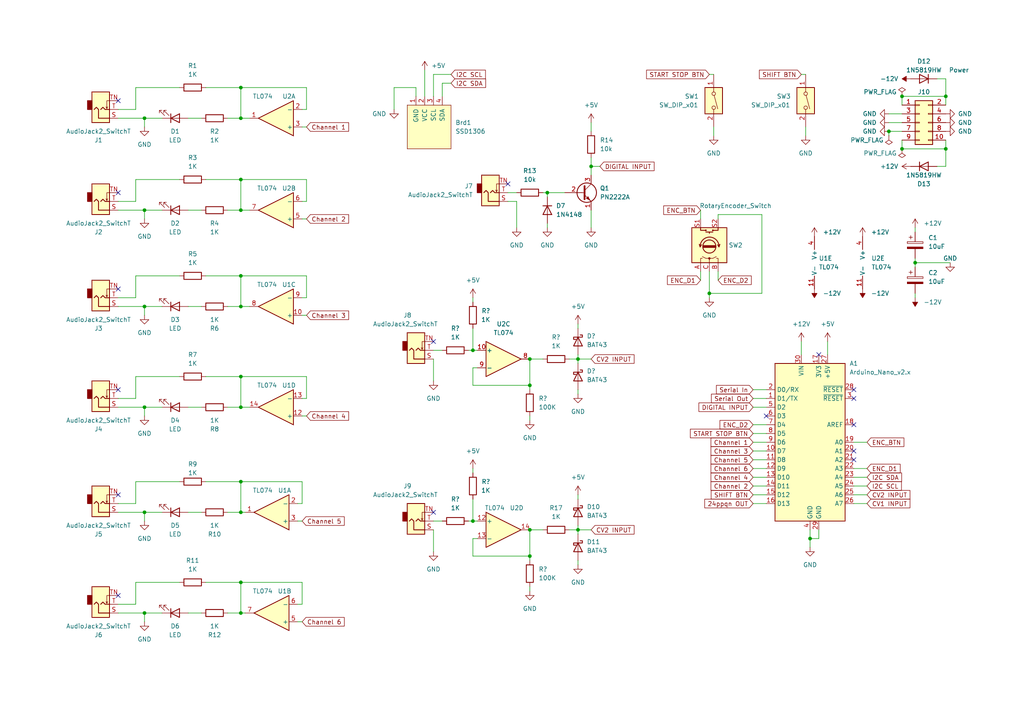
<source format=kicad_sch>
(kicad_sch (version 20211123) (generator eeschema)
  (paper "A4")
  (title_block (title "GToE prototype 2") (rev "1"))
  (lib_symbols
    (symbol "Amplifier_Operational:TL074" (pin_names (offset 0.127))
      (property "Reference" "U" (at 0 5.08 0))
      (property "Value" "TL074" (at 0 -5.08 0))
      (symbol "TL074_1_1"
        (pin output line (at 7.62 0 180) (length 2.54) (name "~") (number "1"))
        (pin input line (at -7.62 -2.54 0) (length 2.54) (name "-") (number "2"))
        (pin input line (at -7.62 2.54 0) (length 2.54) (name "+") (number "3"))
      )
      (symbol "TL074_2_1"
        (pin input line (at -7.62 2.54 0) (length 2.54) (name "+") (number "5"))
        (pin input line (at -7.62 -2.54 0) (length 2.54) (name "-") (number "6"))
        (pin output line (at 7.62 0 180) (length 2.54) (name "~") (number "7"))
      )
      (symbol "TL074_3_1"
        (pin input line (at -7.62 2.54 0) (length 2.54) (name "+") (number "10"))
        (pin output line (at 7.62 0 180) (length 2.54) (name "~") (number "8"))
        (pin input line (at -7.62 -2.54 0) (length 2.54) (name "-") (number "9"))
      )
      (symbol "TL074_4_1"
        (pin input line (at -7.62 2.54 0) (length 2.54) (name "+") (number "12"))
        (pin input line (at -7.62 -2.54 0) (length 2.54) (name "-") (number "13"))
        (pin output line (at 7.62 0 180) (length 2.54) (name "~") (number "14"))
      )
      (symbol "TL074_5_1"
        (pin power_in line (at -2.54 -7.62 90) (length 3.81) (name "V-") (number "11"))
        (pin power_in line (at -2.54 7.62 270) (length 3.81) (name "V+") (number "4"))
      )
    )
    (symbol "Connector:AudioJack2_SwitchT"
      (property "Reference" "J" (at 0 8.89 0))
      (property "Value" "AudioJack2_SwitchT" (at 0 6.35 0))
      (symbol "AudioJack2_SwitchT_1_1"
        (pin passive line (at 5.08 2.54 180) (length 2.54) (name "~") (number "S"))
        (pin passive line (at 5.08 0 180) (length 2.54) (name "~") (number "T"))
        (pin passive line (at 5.08 -2.54 180) (length 2.54) (name "~") (number "TN"))
      )
    )
    (symbol "Connector_Generic:Conn_02x05_Odd_Even" (pin_names (offset 1.016) hide)
      (property "Reference" "J" (at 1.27 7.62 0))
      (property "Value" "Conn_02x05_Odd_Even" (at 1.27 -7.62 0))
      (symbol "Conn_02x05_Odd_Even_1_1"
        (pin passive line (at -5.08 5.08 0) (length 3.81) (name "Pin_1") (number "1"))
        (pin passive line (at 7.62 -5.08 180) (length 3.81) (name "Pin_10") (number "10"))
        (pin passive line (at 7.62 5.08 180) (length 3.81) (name "Pin_2") (number "2"))
        (pin passive line (at -5.08 2.54 0) (length 3.81) (name "Pin_3") (number "3"))
        (pin passive line (at 7.62 2.54 180) (length 3.81) (name "Pin_4") (number "4"))
        (pin passive line (at -5.08 0 0) (length 3.81) (name "Pin_5") (number "5"))
        (pin passive line (at 7.62 0 180) (length 3.81) (name "Pin_6") (number "6"))
        (pin passive line (at -5.08 -2.54 0) (length 3.81) (name "Pin_7") (number "7"))
        (pin passive line (at 7.62 -2.54 180) (length 3.81) (name "Pin_8") (number "8"))
        (pin passive line (at -5.08 -5.08 0) (length 3.81) (name "Pin_9") (number "9"))
      )
    )
    (symbol "Device:C_Polarized" (pin_numbers hide) (pin_names (offset 0.254))
      (property "Reference" "C" (at 0.635 2.54 0))
      (property "Value" "C_Polarized" (at 0.635 -2.54 0))
      (symbol "C_Polarized_1_1"
        (pin passive line (at 0 3.81 270) (length 2.794) (name "~") (number "1"))
        (pin passive line (at 0 -3.81 90) (length 2.794) (name "~") (number "2"))
      )
    )
    (symbol "Device:D" (pin_numbers hide) (pin_names (offset 1.016) hide)
      (property "Reference" "D" (at 0 2.54 0))
      (property "Value" "D" (at 0 -2.54 0))
      (symbol "D_1_1"
        (pin passive line (at -3.81 0 0) (length 2.54) (name "K") (number "1"))
        (pin passive line (at 3.81 0 180) (length 2.54) (name "A") (number "2"))
      )
    )
    (symbol "Device:D_Schottky" (pin_numbers hide) (pin_names (offset 1.016) hide)
      (property "Reference" "D" (at 0 2.54 0))
      (property "Value" "D_Schottky" (at 0 -2.54 0))
      (symbol "D_Schottky_1_1"
        (pin passive line (at -3.81 0 0) (length 2.54) (name "K") (number "1"))
        (pin passive line (at 3.81 0 180) (length 2.54) (name "A") (number "2"))
      )
    )
    (symbol "Device:LED" (pin_numbers hide) (pin_names (offset 1.016) hide)
      (property "Reference" "D" (at 0 2.54 0))
      (property "Value" "LED" (at 0 -2.54 0))
      (symbol "LED_1_1"
        (pin passive line (at -3.81 0 0) (length 2.54) (name "K") (number "1"))
        (pin passive line (at 3.81 0 180) (length 2.54) (name "A") (number "2"))
      )
    )
    (symbol "Device:R" (pin_numbers hide) (pin_names (offset 0))
      (property "Reference" "R" (at 2.032 0 90))
      (property "Value" "R" (at 0 0 90))
      (symbol "R_1_1"
        (pin passive line (at 0 3.81 270) (length 1.27) (name "~") (number "1"))
        (pin passive line (at 0 -3.81 90) (length 1.27) (name "~") (number "2"))
      )
    )
    (symbol "Device:RotaryEncoder_Switch" (pin_names (offset 0.254) hide)
      (property "Reference" "SW" (at 0 6.604 0))
      (property "Value" "RotaryEncoder_Switch" (at 0 -6.604 0))
      (symbol "RotaryEncoder_Switch_1_1"
        (pin passive line (at -7.62 2.54 0) (length 2.54) (name "A") (number "A"))
        (pin passive line (at -7.62 -2.54 0) (length 2.54) (name "B") (number "B"))
        (pin passive line (at -7.62 0 0) (length 2.54) (name "C") (number "C"))
        (pin passive line (at 7.62 2.54 180) (length 2.54) (name "S1") (number "S1"))
        (pin passive line (at 7.62 -2.54 180) (length 2.54) (name "S2") (number "S2"))
      )
    )
    (symbol "MCU_Module:Arduino_Nano_v2.x"
      (property "Reference" "A" (at -10.16 23.495 0))
      (property "Value" "Arduino_Nano_v2.x" (at 5.08 -24.13 0))
      (symbol "Arduino_Nano_v2.x_1_1"
        (pin bidirectional line (at -12.7 12.7 0) (length 2.54) (name "D1/TX") (number "1"))
        (pin bidirectional line (at -12.7 -2.54 0) (length 2.54) (name "D7") (number "10"))
        (pin bidirectional line (at -12.7 -5.08 0) (length 2.54) (name "D8") (number "11"))
        (pin bidirectional line (at -12.7 -7.62 0) (length 2.54) (name "D9") (number "12"))
        (pin bidirectional line (at -12.7 -10.16 0) (length 2.54) (name "D10") (number "13"))
        (pin bidirectional line (at -12.7 -12.7 0) (length 2.54) (name "D11") (number "14"))
        (pin bidirectional line (at -12.7 -15.24 0) (length 2.54) (name "D12") (number "15"))
        (pin bidirectional line (at -12.7 -17.78 0) (length 2.54) (name "D13") (number "16"))
        (pin power_out line (at 2.54 25.4 270) (length 2.54) (name "3V3") (number "17"))
        (pin input line (at 12.7 5.08 180) (length 2.54) (name "AREF") (number "18"))
        (pin bidirectional line (at 12.7 0 180) (length 2.54) (name "A0") (number "19"))
        (pin bidirectional line (at -12.7 15.24 0) (length 2.54) (name "D0/RX") (number "2"))
        (pin bidirectional line (at 12.7 -2.54 180) (length 2.54) (name "A1") (number "20"))
        (pin bidirectional line (at 12.7 -5.08 180) (length 2.54) (name "A2") (number "21"))
        (pin bidirectional line (at 12.7 -7.62 180) (length 2.54) (name "A3") (number "22"))
        (pin bidirectional line (at 12.7 -10.16 180) (length 2.54) (name "A4") (number "23"))
        (pin bidirectional line (at 12.7 -12.7 180) (length 2.54) (name "A5") (number "24"))
        (pin bidirectional line (at 12.7 -15.24 180) (length 2.54) (name "A6") (number "25"))
        (pin bidirectional line (at 12.7 -17.78 180) (length 2.54) (name "A7") (number "26"))
        (pin power_out line (at 5.08 25.4 270) (length 2.54) (name "+5V") (number "27"))
        (pin input line (at 12.7 15.24 180) (length 2.54) (name "~{RESET}") (number "28"))
        (pin power_in line (at 2.54 -25.4 90) (length 2.54) (name "GND") (number "29"))
        (pin input line (at 12.7 12.7 180) (length 2.54) (name "~{RESET}") (number "3"))
        (pin power_in line (at -2.54 25.4 270) (length 2.54) (name "VIN") (number "30"))
        (pin power_in line (at 0 -25.4 90) (length 2.54) (name "GND") (number "4"))
        (pin bidirectional line (at -12.7 10.16 0) (length 2.54) (name "D2") (number "5"))
        (pin bidirectional line (at -12.7 7.62 0) (length 2.54) (name "D3") (number "6"))
        (pin bidirectional line (at -12.7 5.08 0) (length 2.54) (name "D4") (number "7"))
        (pin bidirectional line (at -12.7 2.54 0) (length 2.54) (name "D5") (number "8"))
        (pin bidirectional line (at -12.7 0 0) (length 2.54) (name "D6") (number "9"))
      )
    )
    (symbol "SSD1306-128x64_OLED:SSD1306" (pin_names (offset 1.016))
      (property "Reference" "Brd" (at 0 -3.81 0))
      (property "Value" "SSD1306" (at 0 -1.27 0))
      (symbol "SSD1306_1_1"
        (pin input line (at -3.81 8.89 270) (length 2.54) (name "GND") (number "1"))
        (pin input line (at -1.27 8.89 270) (length 2.54) (name "VCC") (number "2"))
        (pin input line (at 1.27 8.89 270) (length 2.54) (name "SCL") (number "3"))
        (pin input line (at 3.81 8.89 270) (length 2.54) (name "SDA") (number "4"))
      )
    )
    (symbol "Switch:SW_DIP_x01" (pin_names (offset 0) hide)
      (property "Reference" "SW" (at 0 3.81 0))
      (property "Value" "SW_DIP_x01" (at 0 -3.81 0))
      (symbol "SW_DIP_x01_1_1"
        (pin passive line (at -7.62 0 0) (length 5.08) (name "~") (number "1"))
        (pin passive line (at 7.62 0 180) (length 5.08) (name "~") (number "2"))
      )
    )
    (symbol "Transistor_BJT:PN2222A" (pin_names (offset 0) hide)
      (property "Reference" "Q" (at 5.08 1.905 0))
      (property "Value" "PN2222A" (at 5.08 0 0))
      (symbol "PN2222A_1_1"
        (pin passive line (at 2.54 -5.08 90) (length 2.54) (name "E") (number "1"))
        (pin input line (at -5.08 0 0) (length 5.08) (name "B") (number "2"))
        (pin passive line (at 2.54 5.08 270) (length 2.54) (name "C") (number "3"))
      )
    )
    (symbol "power:+12V" (power) (pin_names (offset 0))
      (property "Value" "+12V" (at 0 3.556 0))
      (symbol "+12V_1_1"
        (pin power_in line (at 0 0 90) (length 0) hide (name "+12V") (number "1"))
      )
    )
    (symbol "power:+5V" (power) (pin_names (offset 0))
      (property "Value" "+5V" (at 0 3.556 0))
      (symbol "+5V_1_1"
        (pin power_in line (at 0 0 90) (length 0) hide (name "+5V") (number "1"))
      )
    )
    (symbol "power:-12V" (power) (pin_names (offset 0))
      (property "Value" "-12V" (at 0 3.81 0))
      (symbol "-12V_0_0"
        (pin power_in line (at 0 0 90) (length 0) hide (name "-12V") (number "1"))
      )
    )
    (symbol "power:GND" (power) (pin_names (offset 0))
      (property "Value" "GND" (at 0 -3.81 0))
      (symbol "GND_1_1"
        (pin power_in line (at 0 0 270) (length 0) hide (name "GND") (number "1"))
      )
    )
    (symbol "power:PWR_FLAG" (power) (pin_numbers hide) (pin_names (offset 0) hide)
      (property "Value" "PWR_FLAG" (at 0 3.81 0))
      (symbol "PWR_FLAG_0_0"
        (pin power_out line (at 0 0 90) (length 0) (name "pwr") (number "1"))
      )
    )
  )
  (junction (at 69.85 168.91))
  (junction (at 171.45 48.26))
  (junction (at 69.85 118.11))
  (junction (at 69.85 52.07))
  (junction (at 167.64 104.14))
  (junction (at 69.85 109.22))
  (junction (at 41.91 34.29))
  (junction (at 158.75 55.88))
  (junction (at 153.67 111.76))
  (junction (at 41.91 148.59))
  (junction (at 137.16 101.6))
  (junction (at 153.67 153.67))
  (junction (at 41.91 118.11))
  (junction (at 69.85 80.01))
  (junction (at 41.91 177.8))
  (junction (at 69.85 139.7))
  (junction (at 257.81 38.1))
  (junction (at 274.32 27.94))
  (junction (at 69.85 25.4))
  (junction (at 69.85 88.9))
  (junction (at 41.91 60.96))
  (junction (at 234.95 156.21))
  (junction (at 137.16 151.13))
  (junction (at 261.62 27.94))
  (junction (at 69.85 148.59))
  (junction (at 274.32 43.18))
  (junction (at 153.67 104.14))
  (junction (at 261.62 43.18))
  (junction (at 41.91 88.9))
  (junction (at 265.43 76.2))
  (junction (at 153.67 161.29))
  (junction (at 69.85 34.29))
  (junction (at 69.85 60.96))
  (junction (at 167.64 153.67))
  (junction (at 205.74 85.09))
  (junction (at 69.85 177.8))
  (no_connect (at 34.29 113.03))
  (no_connect (at 147.32 53.34))
  (no_connect (at 247.65 113.03))
  (no_connect (at 34.29 172.72))
  (no_connect (at 247.65 115.57))
  (no_connect (at 222.25 120.65))
  (no_connect (at 247.65 123.19))
  (no_connect (at 125.73 148.59))
  (no_connect (at 34.29 143.51))
  (no_connect (at 34.29 83.82))
  (no_connect (at 247.65 133.35))
  (no_connect (at 34.29 55.88))
  (no_connect (at 125.73 99.06))
  (no_connect (at 237.49 102.87))
  (no_connect (at 247.65 130.81))
  (no_connect (at 34.29 29.21))
  (wire (pts (xy 220.98 62.23) (xy 220.98 85.09)))
  (wire (pts (xy 125.73 21.59) (xy 125.73 27.94)))
  (wire (pts (xy 87.63 86.36) (xy 88.9 86.36)))
  (wire (pts (xy 218.44 115.57) (xy 222.25 115.57)))
  (wire (pts (xy 218.44 125.73) (xy 222.25 125.73)))
  (wire (pts (xy 157.48 55.88) (xy 158.75 55.88)))
  (wire (pts (xy 87.63 120.65) (xy 88.9 120.65)))
  (wire (pts (xy 39.37 58.42) (xy 39.37 52.07)))
  (wire (pts (xy 167.64 93.98) (xy 167.64 95.25)))
  (wire (pts (xy 218.44 113.03) (xy 222.25 113.03)))
  (wire (pts (xy 171.45 48.26) (xy 171.45 50.8)))
  (wire (pts (xy 54.61 148.59) (xy 58.42 148.59)))
  (wire (pts (xy 147.32 55.88) (xy 149.86 55.88)))
  (wire (pts (xy 265.43 74.93) (xy 265.43 76.2)))
  (wire (pts (xy 167.64 153.67) (xy 167.64 154.94)))
  (wire (pts (xy 208.28 62.23) (xy 220.98 62.23)))
  (wire (pts (xy 34.29 34.29) (xy 41.91 34.29)))
  (wire (pts (xy 234.95 156.21) (xy 237.49 156.21)))
  (wire (pts (xy 41.91 34.29) (xy 46.99 34.29)))
  (wire (pts (xy 171.45 60.96) (xy 171.45 66.04)))
  (wire (pts (xy 87.63 91.44) (xy 88.9 91.44)))
  (wire (pts (xy 34.29 88.9) (xy 41.91 88.9)))
  (wire (pts (xy 157.48 153.67) (xy 153.67 153.67)))
  (wire (pts (xy 274.32 48.26) (xy 274.32 43.18)))
  (wire (pts (xy 88.9 115.57) (xy 88.9 109.22)))
  (wire (pts (xy 69.85 52.07) (xy 69.85 60.96)))
  (wire (pts (xy 125.73 104.14) (xy 125.73 110.49)))
  (wire (pts (xy 203.2 63.5) (xy 203.2 60.96)))
  (wire (pts (xy 39.37 146.05) (xy 39.37 139.7)))
  (wire (pts (xy 120.65 25.4) (xy 120.65 27.94)))
  (wire (pts (xy 39.37 175.26) (xy 39.37 168.91)))
  (wire (pts (xy 130.81 21.59) (xy 125.73 21.59)))
  (wire (pts (xy 71.12 177.8) (xy 69.85 177.8)))
  (wire (pts (xy 167.64 104.14) (xy 167.64 105.41)))
  (wire (pts (xy 54.61 118.11) (xy 58.42 118.11)))
  (wire (pts (xy 39.37 168.91) (xy 52.07 168.91)))
  (wire (pts (xy 203.2 81.28) (xy 203.2 78.74)))
  (wire (pts (xy 86.36 146.05) (xy 87.63 146.05)))
  (wire (pts (xy 153.67 113.03) (xy 153.67 111.76)))
  (wire (pts (xy 265.43 76.2) (xy 265.43 77.47)))
  (wire (pts (xy 41.91 60.96) (xy 41.91 63.5)))
  (wire (pts (xy 39.37 31.75) (xy 39.37 25.4)))
  (wire (pts (xy 171.45 35.56) (xy 171.45 38.1)))
  (wire (pts (xy 240.03 99.06) (xy 240.03 102.87)))
  (wire (pts (xy 69.85 139.7) (xy 87.63 139.7)))
  (wire (pts (xy 34.29 146.05) (xy 39.37 146.05)))
  (wire (pts (xy 34.29 177.8) (xy 41.91 177.8)))
  (wire (pts (xy 59.69 25.4) (xy 69.85 25.4)))
  (wire (pts (xy 207.01 21.59) (xy 205.74 21.59)))
  (wire (pts (xy 218.44 133.35) (xy 222.25 133.35)))
  (wire (pts (xy 125.73 101.6) (xy 128.27 101.6)))
  (wire (pts (xy 54.61 34.29) (xy 58.42 34.29)))
  (wire (pts (xy 218.44 128.27) (xy 222.25 128.27)))
  (wire (pts (xy 153.67 153.67) (xy 153.67 161.29)))
  (wire (pts (xy 167.64 104.14) (xy 171.45 104.14)))
  (wire (pts (xy 265.43 66.04) (xy 265.43 67.31)))
  (wire (pts (xy 137.16 161.29) (xy 153.67 161.29)))
  (wire (pts (xy 167.64 113.03) (xy 167.64 114.3)))
  (wire (pts (xy 208.28 63.5) (xy 208.28 62.23)))
  (wire (pts (xy 135.89 101.6) (xy 137.16 101.6)))
  (wire (pts (xy 69.85 60.96) (xy 72.39 60.96)))
  (wire (pts (xy 167.64 152.4) (xy 167.64 153.67)))
  (wire (pts (xy 233.68 39.37) (xy 233.68 36.83)))
  (wire (pts (xy 157.48 104.14) (xy 153.67 104.14)))
  (wire (pts (xy 137.16 156.21) (xy 137.16 161.29)))
  (wire (pts (xy 86.36 151.13) (xy 87.63 151.13)))
  (wire (pts (xy 41.91 60.96) (xy 46.99 60.96)))
  (wire (pts (xy 39.37 80.01) (xy 52.07 80.01)))
  (wire (pts (xy 237.49 153.67) (xy 237.49 156.21)))
  (wire (pts (xy 88.9 86.36) (xy 88.9 80.01)))
  (wire (pts (xy 54.61 60.96) (xy 58.42 60.96)))
  (wire (pts (xy 218.44 138.43) (xy 222.25 138.43)))
  (wire (pts (xy 88.9 80.01) (xy 69.85 80.01)))
  (wire (pts (xy 34.29 58.42) (xy 39.37 58.42)))
  (wire (pts (xy 34.29 86.36) (xy 39.37 86.36)))
  (wire (pts (xy 167.64 143.51) (xy 167.64 144.78)))
  (wire (pts (xy 123.19 20.32) (xy 123.19 27.94)))
  (wire (pts (xy 274.32 22.86) (xy 274.32 27.94)))
  (wire (pts (xy 39.37 109.22) (xy 52.07 109.22)))
  (wire (pts (xy 69.85 109.22) (xy 69.85 118.11)))
  (wire (pts (xy 274.32 40.64) (xy 274.32 43.18)))
  (wire (pts (xy 41.91 34.29) (xy 41.91 36.83)))
  (wire (pts (xy 88.9 58.42) (xy 88.9 52.07)))
  (wire (pts (xy 167.64 162.56) (xy 167.64 163.83)))
  (wire (pts (xy 158.75 64.77) (xy 158.75 66.04)))
  (wire (pts (xy 34.29 148.59) (xy 41.91 148.59)))
  (wire (pts (xy 87.63 115.57) (xy 88.9 115.57)))
  (wire (pts (xy 41.91 118.11) (xy 41.91 120.65)))
  (wire (pts (xy 257.81 38.1) (xy 261.62 38.1)))
  (wire (pts (xy 71.12 148.59) (xy 69.85 148.59)))
  (wire (pts (xy 153.67 121.92) (xy 153.67 120.65)))
  (wire (pts (xy 87.63 31.75) (xy 88.9 31.75)))
  (wire (pts (xy 137.16 95.25) (xy 137.16 101.6)))
  (wire (pts (xy 69.85 25.4) (xy 88.9 25.4)))
  (wire (pts (xy 41.91 177.8) (xy 46.99 177.8)))
  (wire (pts (xy 128.27 24.13) (xy 128.27 27.94)))
  (wire (pts (xy 218.44 135.89) (xy 222.25 135.89)))
  (wire (pts (xy 34.29 115.57) (xy 39.37 115.57)))
  (wire (pts (xy 165.1 153.67) (xy 167.64 153.67)))
  (wire (pts (xy 218.44 123.19) (xy 222.25 123.19)))
  (wire (pts (xy 87.63 175.26) (xy 87.63 168.91)))
  (wire (pts (xy 149.86 58.42) (xy 149.86 66.04)))
  (wire (pts (xy 137.16 106.68) (xy 137.16 111.76)))
  (wire (pts (xy 247.65 135.89) (xy 251.46 135.89)))
  (wire (pts (xy 34.29 31.75) (xy 39.37 31.75)))
  (wire (pts (xy 69.85 52.07) (xy 88.9 52.07)))
  (wire (pts (xy 205.74 78.74) (xy 205.74 85.09)))
  (wire (pts (xy 218.44 140.97) (xy 222.25 140.97)))
  (wire (pts (xy 114.3 31.75) (xy 114.3 25.4)))
  (wire (pts (xy 69.85 118.11) (xy 66.04 118.11)))
  (wire (pts (xy 171.45 48.26) (xy 173.99 48.26)))
  (wire (pts (xy 66.04 60.96) (xy 69.85 60.96)))
  (wire (pts (xy 153.67 104.14) (xy 153.67 111.76)))
  (wire (pts (xy 87.63 58.42) (xy 88.9 58.42)))
  (wire (pts (xy 137.16 86.36) (xy 137.16 87.63)))
  (wire (pts (xy 41.91 148.59) (xy 41.91 151.13)))
  (wire (pts (xy 158.75 55.88) (xy 158.75 57.15)))
  (wire (pts (xy 207.01 39.37) (xy 207.01 36.83)))
  (wire (pts (xy 247.65 140.97) (xy 251.46 140.97)))
  (wire (pts (xy 41.91 148.59) (xy 46.99 148.59)))
  (wire (pts (xy 69.85 109.22) (xy 88.9 109.22)))
  (wire (pts (xy 137.16 135.89) (xy 137.16 137.16)))
  (wire (pts (xy 137.16 151.13) (xy 138.43 151.13)))
  (wire (pts (xy 261.62 30.48) (xy 261.62 27.94)))
  (wire (pts (xy 271.78 48.26) (xy 274.32 48.26)))
  (wire (pts (xy 147.32 58.42) (xy 149.86 58.42)))
  (wire (pts (xy 218.44 118.11) (xy 222.25 118.11)))
  (wire (pts (xy 233.68 21.59) (xy 232.41 21.59)))
  (wire (pts (xy 208.28 81.28) (xy 208.28 78.74)))
  (wire (pts (xy 86.36 175.26) (xy 87.63 175.26)))
  (wire (pts (xy 69.85 168.91) (xy 87.63 168.91)))
  (wire (pts (xy 39.37 25.4) (xy 52.07 25.4)))
  (wire (pts (xy 125.73 151.13) (xy 128.27 151.13)))
  (wire (pts (xy 39.37 115.57) (xy 39.37 109.22)))
  (wire (pts (xy 34.29 60.96) (xy 41.91 60.96)))
  (wire (pts (xy 69.85 148.59) (xy 66.04 148.59)))
  (wire (pts (xy 205.74 86.36) (xy 205.74 85.09)))
  (wire (pts (xy 54.61 88.9) (xy 58.42 88.9)))
  (wire (pts (xy 205.74 85.09) (xy 220.98 85.09)))
  (wire (pts (xy 41.91 88.9) (xy 46.99 88.9)))
  (wire (pts (xy 158.75 55.88) (xy 163.83 55.88)))
  (wire (pts (xy 261.62 40.64) (xy 261.62 43.18)))
  (wire (pts (xy 165.1 104.14) (xy 167.64 104.14)))
  (wire (pts (xy 137.16 156.21) (xy 138.43 156.21)))
  (wire (pts (xy 69.85 34.29) (xy 66.04 34.29)))
  (wire (pts (xy 257.81 38.1) (xy 257.81 39.37)))
  (wire (pts (xy 59.69 52.07) (xy 69.85 52.07)))
  (wire (pts (xy 41.91 118.11) (xy 46.99 118.11)))
  (wire (pts (xy 167.64 102.87) (xy 167.64 104.14)))
  (wire (pts (xy 69.85 118.11) (xy 72.39 118.11)))
  (wire (pts (xy 137.16 101.6) (xy 138.43 101.6)))
  (wire (pts (xy 171.45 45.72) (xy 171.45 48.26)))
  (wire (pts (xy 247.65 138.43) (xy 251.46 138.43)))
  (wire (pts (xy 69.85 25.4) (xy 69.85 34.29)))
  (wire (pts (xy 257.81 35.56) (xy 261.62 35.56)))
  (wire (pts (xy 59.69 139.7) (xy 69.85 139.7)))
  (wire (pts (xy 261.62 27.94) (xy 274.32 27.94)))
  (wire (pts (xy 218.44 130.81) (xy 222.25 130.81)))
  (wire (pts (xy 41.91 177.8) (xy 41.91 180.34)))
  (wire (pts (xy 69.85 80.01) (xy 69.85 88.9)))
  (wire (pts (xy 234.95 153.67) (xy 234.95 156.21)))
  (wire (pts (xy 69.85 88.9) (xy 66.04 88.9)))
  (wire (pts (xy 153.67 162.56) (xy 153.67 161.29)))
  (wire (pts (xy 218.44 146.05) (xy 222.25 146.05)))
  (wire (pts (xy 41.91 88.9) (xy 41.91 91.44)))
  (wire (pts (xy 86.36 180.34) (xy 87.63 180.34)))
  (wire (pts (xy 135.89 151.13) (xy 137.16 151.13)))
  (wire (pts (xy 54.61 177.8) (xy 58.42 177.8)))
  (wire (pts (xy 72.39 88.9) (xy 69.85 88.9)))
  (wire (pts (xy 69.85 34.29) (xy 72.39 34.29)))
  (wire (pts (xy 88.9 36.83) (xy 87.63 36.83)))
  (wire (pts (xy 167.64 153.67) (xy 171.45 153.67)))
  (wire (pts (xy 39.37 52.07) (xy 52.07 52.07)))
  (wire (pts (xy 114.3 25.4) (xy 120.65 25.4)))
  (wire (pts (xy 232.41 99.06) (xy 232.41 102.87)))
  (wire (pts (xy 261.62 43.18) (xy 274.32 43.18)))
  (wire (pts (xy 137.16 111.76) (xy 153.67 111.76)))
  (wire (pts (xy 34.29 118.11) (xy 41.91 118.11)))
  (wire (pts (xy 247.65 143.51) (xy 251.46 143.51)))
  (wire (pts (xy 59.69 109.22) (xy 69.85 109.22)))
  (wire (pts (xy 247.65 128.27) (xy 251.46 128.27)))
  (wire (pts (xy 247.65 146.05) (xy 251.46 146.05)))
  (wire (pts (xy 34.29 175.26) (xy 39.37 175.26)))
  (wire (pts (xy 271.78 22.86) (xy 274.32 22.86)))
  (wire (pts (xy 69.85 139.7) (xy 69.85 148.59)))
  (wire (pts (xy 265.43 85.09) (xy 265.43 86.36)))
  (wire (pts (xy 87.63 63.5) (xy 88.9 63.5)))
  (wire (pts (xy 88.9 31.75) (xy 88.9 25.4)))
  (wire (pts (xy 275.59 76.2) (xy 265.43 76.2)))
  (wire (pts (xy 59.69 168.91) (xy 69.85 168.91)))
  (wire (pts (xy 153.67 171.45) (xy 153.67 170.18)))
  (wire (pts (xy 257.81 33.02) (xy 261.62 33.02)))
  (wire (pts (xy 130.81 24.13) (xy 128.27 24.13)))
  (wire (pts (xy 87.63 146.05) (xy 87.63 139.7)))
  (wire (pts (xy 234.95 156.21) (xy 234.95 158.75)))
  (wire (pts (xy 137.16 144.78) (xy 137.16 151.13)))
  (wire (pts (xy 69.85 168.91) (xy 69.85 177.8)))
  (wire (pts (xy 39.37 139.7) (xy 52.07 139.7)))
  (wire (pts (xy 137.16 106.68) (xy 138.43 106.68)))
  (wire (pts (xy 218.44 143.51) (xy 222.25 143.51)))
  (wire (pts (xy 125.73 153.67) (xy 125.73 160.02)))
  (wire (pts (xy 59.69 80.01) (xy 69.85 80.01)))
  (wire (pts (xy 39.37 86.36) (xy 39.37 80.01)))
  (wire (pts (xy 274.32 27.94) (xy 274.32 30.48)))
  (wire (pts (xy 69.85 177.8) (xy 66.04 177.8)))
  (global_label "START STOP BTN" (shape input) (at 205.74 21.59 180) (property "Intersheet References" "${INTERSHEET_REFS}" (effects hide)))
  (global_label "CV2 INPUT" (shape input) (at 251.46 143.51 0) (property "Intersheet References" "${INTERSHEET_REFS}" (effects hide)))
  (global_label "Channel 5" (shape input) (at 218.44 133.35 180) (property "Intersheet References" "${INTERSHEET_REFS}" (effects hide)))
  (global_label "Channel 1" (shape input) (at 218.44 128.27 180) (property "Intersheet References" "${INTERSHEET_REFS}" (effects hide)))
  (global_label "Channel 4" (shape input) (at 218.44 138.43 180) (property "Intersheet References" "${INTERSHEET_REFS}" (effects hide)))
  (global_label "ENC_BTN" (shape input) (at 251.46 128.27 0) (property "Intersheet References" "${INTERSHEET_REFS}" (effects hide)))
  (global_label "START STOP BTN" (shape input) (at 218.44 125.73 180) (property "Intersheet References" "${INTERSHEET_REFS}" (effects hide)))
  (global_label "Channel 5" (shape input) (at 87.63 151.13 0) (property "Intersheet References" "${INTERSHEET_REFS}" (effects hide)))
  (global_label "ENC_D2" (shape input) (at 208.28 81.28 0) (property "Intersheet References" "${INTERSHEET_REFS}" (effects hide)))
  (global_label "CV2 INPUT" (shape input) (at 171.45 104.14 0) (property "Intersheet References" "${INTERSHEET_REFS}" (effects hide)))
  (global_label "SHIFT BTN" (shape input) (at 232.41 21.59 180) (property "Intersheet References" "${INTERSHEET_REFS}" (effects hide)))
  (global_label "Channel 3" (shape input) (at 218.44 130.81 180) (property "Intersheet References" "${INTERSHEET_REFS}" (effects hide)))
  (global_label "Channel 3" (shape input) (at 88.9 91.44 0) (property "Intersheet References" "${INTERSHEET_REFS}" (effects hide)))
  (global_label "SHIFT BTN" (shape input) (at 218.44 143.51 180) (property "Intersheet References" "${INTERSHEET_REFS}" (effects hide)))
  (global_label "ENC_BTN" (shape input) (at 203.2 60.96 180) (property "Intersheet References" "${INTERSHEET_REFS}" (effects hide)))
  (global_label "DIGITAL INPUT" (shape input) (at 218.44 118.11 180) (property "Intersheet References" "${INTERSHEET_REFS}" (effects hide)))
  (global_label "I2C SDA" (shape input) (at 251.46 138.43 0) (property "Intersheet References" "${INTERSHEET_REFS}" (effects hide)))
  (global_label "Serial Out" (shape input) (at 218.44 115.57 180) (property "Intersheet References" "${INTERSHEET_REFS}" (effects hide)))
  (global_label "Channel 6" (shape input) (at 87.63 180.34 0) (property "Intersheet References" "${INTERSHEET_REFS}" (effects hide)))
  (global_label "Channel 1" (shape input) (at 88.9 36.83 0) (property "Intersheet References" "${INTERSHEET_REFS}" (effects hide)))
  (global_label "DIGITAL INPUT" (shape input) (at 173.99 48.26 0) (property "Intersheet References" "${INTERSHEET_REFS}" (effects hide)))
  (global_label "ENC_D2" (shape input) (at 218.44 123.19 180) (property "Intersheet References" "${INTERSHEET_REFS}" (effects hide)))
  (global_label "Serial In" (shape input) (at 218.44 113.03 180) (property "Intersheet References" "${INTERSHEET_REFS}" (effects hide)))
  (global_label "ENC_D1" (shape input) (at 203.2 81.28 180) (property "Intersheet References" "${INTERSHEET_REFS}" (effects hide)))
  (global_label "Channel 2" (shape input) (at 88.9 63.5 0) (property "Intersheet References" "${INTERSHEET_REFS}" (effects hide)))
  (global_label "Channel 4" (shape input) (at 88.9 120.65 0) (property "Intersheet References" "${INTERSHEET_REFS}" (effects hide)))
  (global_label "ENC_D1" (shape input) (at 251.46 135.89 0) (property "Intersheet References" "${INTERSHEET_REFS}" (effects hide)))
  (global_label "Channel 2" (shape input) (at 218.44 140.97 180) (property "Intersheet References" "${INTERSHEET_REFS}" (effects hide)))
  (global_label "I2C SCL" (shape input) (at 130.81 21.59 0) (property "Intersheet References" "${INTERSHEET_REFS}" (effects hide)))
  (global_label "I2C SDA" (shape input) (at 130.81 24.13 0) (property "Intersheet References" "${INTERSHEET_REFS}" (effects hide)))
  (global_label "CV2 INPUT" (shape input) (at 171.45 153.67 0) (property "Intersheet References" "${INTERSHEET_REFS}" (effects hide)))
  (global_label "24ppqn OUT" (shape input) (at 218.44 146.05 180) (property "Intersheet References" "${INTERSHEET_REFS}" (effects hide)))
  (global_label "I2C SCL" (shape input) (at 251.46 140.97 0) (property "Intersheet References" "${INTERSHEET_REFS}" (effects hide)))
  (global_label "Channel 6" (shape input) (at 218.44 135.89 180) (property "Intersheet References" "${INTERSHEET_REFS}" (effects hide)))
  (global_label "CV1 INPUT" (shape input) (at 251.46 146.05 0) (property "Intersheet References" "${INTERSHEET_REFS}" (effects hide)))
  (symbol (lib_id "power:GND") (at 171.45 66.04 0) (unit 1)
    (property "Reference" "#PWR0133" (effects hide))
    (property "Value" "GND" (at 171.45 71.12 0))
  )
  (symbol (lib_id "power:GND") (at 234.95 158.75 0) (unit 1)
    (property "Reference" "#PWR0115" (effects hide))
    (property "Value" "GND" (at 234.95 163.83 0))
  )
  (symbol (lib_id "power:-12V") (at 250.19 83.82 180) (unit 1)
    (property "Reference" "#PWR0146" (effects hide))
    (property "Value" "-12V" (at 255.27 85.09 0))
  )
  (symbol (lib_id "Amplifier_Operational:TL074") (at 78.74 148.59 180) (unit 1)
    (property "Reference" "U1" (at 82.55 142.24 0))
    (property "Value" "TL074" (at 76.2 142.24 0))
    (property "Footprint" "Package_SO:SO-14_3.9x8.65mm_P1.27mm" (effects hide))
    (property "Datasheet" "http://www.ti.com/lit/ds/symlink/tl071.pdf" (effects hide))
  )
  (symbol (lib_id "Connector:AudioJack2_SwitchT") (at 29.21 31.75 0) (mirror x) (unit 1)
    (property "Reference" "J1" (at 28.575 40.64 0))
    (property "Value" "AudioJack2_SwitchT" (at 28.575 38.1 0))
    (property "Footprint" "gtoe:thonkiconn" (effects hide))
  )
  (symbol (lib_id "power:GND") (at 274.32 38.1 90) (unit 1)
    (property "Reference" "#PWR0121" (effects hide))
    (property "Value" "GND" (at 281.94 38.1 90) (effects (justify left)))
  )
  (symbol (lib_id "Device:LED") (at 50.8 88.9 0) (mirror x) (unit 1)
    (property "Reference" "D3" (at 50.8 92.71 0))
    (property "Value" "LED" (at 50.8 95.25 0))
    (property "Footprint" "gtoe:FlatTopLed" (effects hide))
  )
  (symbol (lib_id "power:PWR_FLAG") (at 261.62 43.18 180) (unit 1)
    (property "Reference" "#FLG0103" (effects hide))
    (property "Value" "PWR_FLAG" (at 255.27 44.45 0))
  )
  (symbol (lib_id "power:+5V") (at 171.45 35.56 0) (unit 1)
    (property "Reference" "#PWR0134" (effects hide))
    (property "Value" "+5V" (at 171.45 30.48 0))
  )
  (symbol (lib_id "Device:R") (at 153.67 166.37 0) (mirror y) (unit 1)
    (property "Reference" "R?" (at 156.21 165.0999 0) (effects (justify right)))
    (property "Value" "100K" (at 156.21 167.6399 0) (effects (justify right)))
    (property "Footprint" "Resistor_SMD:R_0805_2012Metric" (effects hide))
  )
  (symbol (lib_id "power:-12V") (at 265.43 86.36 180) (unit 1)
    (property "Reference" "#PWR0137" (effects hide))
    (property "Value" "-12V" (at 270.51 87.63 0))
  )
  (symbol (lib_id "Device:R") (at 161.29 104.14 270) (mirror x) (unit 1)
    (property "Reference" "R?" (at 161.29 97.79 90))
    (property "Value" "1K" (at 161.29 100.33 90))
    (property "Footprint" "Resistor_SMD:R_0805_2012Metric" (effects hide))
  )
  (symbol (lib_id "power:GND") (at 41.91 120.65 0) (mirror y) (unit 1)
    (property "Reference" "#PWR0104" (effects hide))
    (property "Value" "GND" (at 41.91 125.73 0))
  )
  (symbol (lib_id "power:GND") (at 167.64 163.83 0) (mirror y) (unit 1)
    (property "Reference" "#PWR0108" (effects hide))
    (property "Value" "GND" (at 167.64 168.91 0))
  )
  (symbol (lib_id "Connector:AudioJack2_SwitchT") (at 29.21 175.26 0) (mirror x) (unit 1)
    (property "Reference" "J6" (at 28.575 184.15 0))
    (property "Value" "AudioJack2_SwitchT" (at 28.575 181.61 0))
    (property "Footprint" "gtoe:thonkiconn" (effects hide))
  )
  (symbol (lib_id "power:+12V") (at 232.41 99.06 0) (unit 1)
    (property "Reference" "#PWR0116" (effects hide))
    (property "Value" "+12V" (at 232.41 93.98 0))
  )
  (symbol (lib_id "power:GND") (at 257.81 33.02 270) (unit 1)
    (property "Reference" "#PWR0130" (effects hide))
    (property "Value" "GND" (at 250.19 33.02 90) (effects (justify left)))
  )
  (symbol (lib_id "power:PWR_FLAG") (at 261.62 27.94 0) (unit 1)
    (property "Reference" "#FLG0101" (effects hide))
    (property "Value" "PWR_FLAG" (at 255.27 26.67 0))
  )
  (symbol (lib_id "Amplifier_Operational:TL074") (at 80.01 88.9 180) (unit 3)
    (property "Reference" "U1" (at 83.82 82.55 0))
    (property "Value" "TL074" (at 77.47 82.55 0))
    (property "Footprint" "Package_SO:SO-14_3.9x8.65mm_P1.27mm" (effects hide))
    (property "Datasheet" "http://www.ti.com/lit/ds/symlink/tl071.pdf" (effects hide))
  )
  (symbol (lib_id "Device:LED") (at 50.8 118.11 0) (mirror x) (unit 1)
    (property "Reference" "D4" (at 50.8 121.92 0))
    (property "Value" "LED" (at 50.8 124.46 0))
    (property "Footprint" "gtoe:FlatTopLed" (effects hide))
  )
  (symbol (lib_id "Device:R") (at 153.67 116.84 0) (mirror y) (unit 1)
    (property "Reference" "R?" (at 156.21 115.5699 0) (effects (justify right)))
    (property "Value" "100K" (at 156.21 118.1099 0) (effects (justify right)))
    (property "Footprint" "Resistor_SMD:R_0805_2012Metric" (effects hide))
  )
  (symbol (lib_id "power:PWR_FLAG") (at 257.81 39.37 180) (unit 1)
    (property "Reference" "#FLG0102" (effects hide))
    (property "Value" "PWR_FLAG" (at 251.46 40.64 0))
  )
  (symbol (lib_id "Device:D") (at 267.97 48.26 0) (unit 1)
    (property "Reference" "D13" (at 267.97 53.34 0))
    (property "Value" "1N5819HW" (at 267.97 50.8 0))
    (property "Footprint" "Diode_SMD:D_SOD-123" (effects hide))
  )
  (symbol (lib_id "power:GND") (at 275.59 76.2 0) (unit 1)
    (property "Reference" "#PWR0125" (effects hide))
    (property "Value" "GND" (at 275.59 74.93 0))
  )
  (symbol (lib_id "power:GND") (at 153.67 121.92 0) (mirror y) (unit 1)
    (property "Reference" "#PWR?" (effects hide))
    (property "Value" "GND" (at 153.67 127 0))
  )
  (symbol (lib_id "power:+12V") (at 250.19 68.58 0) (unit 1)
    (property "Reference" "#PWR0147" (effects hide))
    (property "Value" "+12V" (at 255.27 67.31 0))
  )
  (symbol (lib_id "MCU_Module:Arduino_Nano_v2.x") (at 234.95 128.27 0) (unit 1)
    (property "Reference" "A1" (at 246.38 105.41 0) (effects (justify left)))
    (property "Value" "Arduino_Nano_v2.x" (at 246.38 107.95 0) (effects (justify left)))
    (property "Footprint" "gtoe:Arduino_Nano (adjusted courtyard)" (effects hide))
    (property "Datasheet" "https://www.arduino.cc/en/uploads/Main/ArduinoNanoManual23.pdf" (effects hide))
  )
  (symbol (lib_id "Device:D_Schottky") (at 167.64 99.06 270) (unit 1)
    (property "Reference" "D?" (at 170.18 97.4724 90) (effects (justify left)))
    (property "Value" "BAT43" (at 170.18 100.0124 90) (effects (justify left)))
    (property "Footprint" "Diode_SMD:D_SOD-123" (effects hide))
  )
  (symbol (lib_id "power:-12V") (at 264.16 22.86 90) (unit 1)
    (property "Reference" "#PWR0118" (effects hide))
    (property "Value" "-12V" (at 255.27 22.86 90) (effects (justify right)))
  )
  (symbol (lib_id "Amplifier_Operational:TL074") (at 80.01 118.11 180) (unit 4)
    (property "Reference" "U1" (at 83.82 111.76 0))
    (property "Value" "TL074" (at 77.47 111.76 0))
    (property "Footprint" "Package_SO:SO-14_3.9x8.65mm_P1.27mm" (effects hide))
    (property "Datasheet" "http://www.ti.com/lit/ds/symlink/tl071.pdf" (effects hide))
  )
  (symbol (lib_id "Device:R") (at 137.16 140.97 0) (mirror x) (unit 1)
    (property "Reference" "R?" (at 142.24 139.7 0) (effects (justify right)))
    (property "Value" "1K" (at 142.24 142.24 0) (effects (justify right)))
    (property "Footprint" "Resistor_SMD:R_0805_2012Metric" (effects hide))
  )
  (symbol (lib_id "Device:R") (at 62.23 88.9 90) (mirror x) (unit 1)
    (property "Reference" "R6" (at 62.23 95.25 90))
    (property "Value" "1K" (at 62.23 92.71 90))
    (property "Footprint" "Resistor_SMD:R_0805_2012Metric" (effects hide))
  )
  (symbol (lib_id "power:-12V") (at 236.22 83.82 180) (unit 1)
    (property "Reference" "#PWR0144" (effects hide))
    (property "Value" "-12V" (at 241.3 85.09 0))
  )
  (symbol (lib_id "power:+12V") (at 236.22 68.58 0) (unit 1)
    (property "Reference" "#PWR0145" (effects hide))
    (property "Value" "+12V" (at 241.3 67.31 0))
  )
  (symbol (lib_id "Amplifier_Operational:TL074") (at 80.01 34.29 180) (unit 1)
    (property "Reference" "U2" (at 83.82 27.94 0))
    (property "Value" "TL074" (at 76.2 27.94 0))
    (property "Footprint" "Package_SO:SO-14_3.9x8.65mm_P1.27mm" (effects hide))
    (property "Datasheet" "http://www.ti.com/lit/ds/symlink/tl071.pdf" (effects hide))
  )
  (symbol (lib_id "power:GND") (at 158.75 66.04 0) (unit 1)
    (property "Reference" "#PWR0132" (effects hide))
    (property "Value" "GND" (at 158.75 71.12 0))
  )
  (symbol (lib_id "power:GND") (at 257.81 38.1 270) (unit 1)
    (property "Reference" "#PWR0129" (effects hide))
    (property "Value" "GND" (at 250.19 38.1 90) (effects (justify left)))
  )
  (symbol (lib_id "Device:R") (at 62.23 148.59 90) (mirror x) (unit 1)
    (property "Reference" "R10" (at 62.23 154.94 90))
    (property "Value" "1K" (at 62.23 152.4 90))
    (property "Footprint" "Resistor_SMD:R_0805_2012Metric" (effects hide))
  )
  (symbol (lib_id "Device:LED") (at 50.8 34.29 0) (mirror x) (unit 1)
    (property "Reference" "D1" (at 50.8 38.1 0))
    (property "Value" "LED" (at 50.8 40.64 0))
    (property "Footprint" "gtoe:FlatTopLed" (effects hide))
  )
  (symbol (lib_id "Connector:AudioJack2_SwitchT") (at 120.65 101.6 0) (mirror x) (unit 1)
    (property "Reference" "J8" (at 119.38 91.44 0) (effects (justify right)))
    (property "Value" "AudioJack2_SwitchT" (at 127 93.98 0) (effects (justify right)))
    (property "Footprint" "gtoe:thonkiconn" (effects hide))
  )
  (symbol (lib_id "Device:R") (at 153.67 55.88 90) (unit 1)
    (property "Reference" "R13" (at 153.67 49.53 90))
    (property "Value" "10k" (at 153.67 52.07 90))
    (property "Footprint" "Resistor_SMD:R_0805_2012Metric" (effects hide))
  )
  (symbol (lib_id "power:GND") (at 125.73 110.49 0) (mirror y) (unit 1)
    (property "Reference" "#PWR?" (effects hide))
    (property "Value" "GND" (at 125.73 115.57 0))
  )
  (symbol (lib_id "power:+5V") (at 167.64 93.98 0) (mirror y) (unit 1)
    (property "Reference" "#PWR?" (effects hide))
    (property "Value" "+5V" (at 167.64 88.9 0))
  )
  (symbol (lib_id "Device:R") (at 55.88 80.01 270) (mirror x) (unit 1)
    (property "Reference" "R5" (at 55.88 73.66 90))
    (property "Value" "1K" (at 55.88 76.2 90))
    (property "Footprint" "Resistor_SMD:R_0805_2012Metric" (effects hide))
  )
  (symbol (lib_id "Device:D_Schottky") (at 167.64 109.22 270) (unit 1)
    (property "Reference" "D?" (at 170.18 107.6324 90) (effects (justify left)))
    (property "Value" "BAT43" (at 170.18 110.1724 90) (effects (justify left)))
    (property "Footprint" "Diode_SMD:D_SOD-123" (effects hide))
  )
  (symbol (lib_id "Device:R") (at 62.23 60.96 90) (mirror x) (unit 1)
    (property "Reference" "R4" (at 62.23 64.77 90))
    (property "Value" "1K" (at 62.23 67.31 90))
    (property "Footprint" "Resistor_SMD:R_0805_2012Metric" (effects hide))
  )
  (symbol (lib_id "Connector:AudioJack2_SwitchT") (at 120.65 151.13 0) (mirror x) (unit 1)
    (property "Reference" "J9" (at 119.38 140.97 0) (effects (justify right)))
    (property "Value" "AudioJack2_SwitchT" (at 127 143.51 0) (effects (justify right)))
    (property "Footprint" "gtoe:thonkiconn" (effects hide))
  )
  (symbol (lib_id "Device:R") (at 55.88 109.22 270) (mirror x) (unit 1)
    (property "Reference" "R7" (at 55.88 102.87 90))
    (property "Value" "1K" (at 55.88 105.41 90))
    (property "Footprint" "Resistor_SMD:R_0805_2012Metric" (effects hide))
  )
  (symbol (lib_id "Device:R") (at 161.29 153.67 270) (mirror x) (unit 1)
    (property "Reference" "R17" (at 161.29 147.32 90))
    (property "Value" "1K" (at 161.29 149.86 90))
    (property "Footprint" "Resistor_SMD:R_0805_2012Metric" (effects hide))
  )
  (symbol (lib_id "Amplifier_Operational:TL074") (at 252.73 76.2 0) (unit 5)
    (property "Reference" "U2" (at 252.73 74.9299 0) (effects (justify left)))
    (property "Value" "TL074" (at 252.73 77.4699 0) (effects (justify left)))
    (property "Footprint" "Package_SO:SO-14_3.9x8.65mm_P1.27mm" (effects hide))
    (property "Datasheet" "http://www.ti.com/lit/ds/symlink/tl071.pdf" (effects hide))
  )
  (symbol (lib_id "power:GND") (at 125.73 160.02 0) (mirror y) (unit 1)
    (property "Reference" "#PWR0107" (effects hide))
    (property "Value" "GND" (at 125.73 165.1 0))
  )
  (symbol (lib_id "power:+12V") (at 264.16 48.26 90) (unit 1)
    (property "Reference" "#PWR0128" (effects hide))
    (property "Value" "+12V" (at 255.27 48.26 90) (effects (justify right)))
  )
  (symbol (lib_id "power:GND") (at 233.68 39.37 0) (unit 1)
    (property "Reference" "#PWR0138" (effects hide))
    (property "Value" "GND" (at 233.68 44.45 0))
  )
  (symbol (lib_id "power:GND") (at 114.3 31.75 0) (unit 1)
    (property "Reference" "#PWR0126" (effects hide))
    (property "Value" "GND" (at 107.95 33.02 0) (effects (justify left)))
  )
  (symbol (lib_id "SSD1306-128x64_OLED:SSD1306") (at 124.46 36.83 0) (unit 1)
    (property "Reference" "Brd1" (at 132.08 35.5599 0) (effects (justify left)))
    (property "Value" "SSD1306" (at 132.08 38.0999 0) (effects (justify left)))
    (property "Footprint" "gtoe:I2C SSD1306" (effects hide))
  )
  (symbol (lib_id "power:GND") (at 41.91 63.5 0) (mirror y) (unit 1)
    (property "Reference" "#PWR0103" (effects hide))
    (property "Value" "GND" (at 41.91 68.58 0))
  )
  (symbol (lib_id "power:GND") (at 274.32 33.02 90) (unit 1)
    (property "Reference" "#PWR0119" (effects hide))
    (property "Value" "GND" (at 281.94 33.02 90) (effects (justify left)))
  )
  (symbol (lib_id "power:GND") (at 207.01 39.37 0) (unit 1)
    (property "Reference" "#PWR0123" (effects hide))
    (property "Value" "GND" (at 207.01 44.45 0))
  )
  (symbol (lib_id "Device:RotaryEncoder_Switch") (at 205.74 71.12 90) (unit 1)
    (property "Reference" "SW2" (at 213.36 71.12 90))
    (property "Value" "RotaryEncoder_Switch" (at 213.36 59.69 90))
    (property "Footprint" "gtoe:SwitchEncoder" (effects hide))
  )
  (symbol (lib_id "Device:D_Schottky") (at 167.64 148.59 270) (unit 1)
    (property "Reference" "D10" (at 170.18 147.0024 90) (effects (justify left)))
    (property "Value" "BAT43" (at 170.18 149.5424 90) (effects (justify left)))
    (property "Footprint" "Diode_SMD:D_SOD-123" (effects hide))
  )
  (symbol (lib_id "Device:LED") (at 50.8 177.8 0) (mirror x) (unit 1)
    (property "Reference" "D6" (at 50.8 181.61 0))
    (property "Value" "LED" (at 50.8 184.15 0))
    (property "Footprint" "gtoe:FlatTopLed" (effects hide))
  )
  (symbol (lib_id "Device:C_Polarized") (at 265.43 81.28 0) (unit 1)
    (property "Reference" "C2" (at 269.24 79.1209 0) (effects (justify left)))
    (property "Value" "10uF" (at 269.24 81.6609 0) (effects (justify left)))
    (property "Footprint" "Capacitor_THT:CP_Radial_D4.0mm_P2.00mm" (effects hide))
  )
  (symbol (lib_id "Device:D") (at 267.97 22.86 180) (unit 1)
    (property "Reference" "D12" (at 267.97 17.78 0))
    (property "Value" "1N5819HW" (at 267.97 20.32 0))
    (property "Footprint" "Diode_SMD:D_SOD-123" (effects hide))
  )
  (symbol (lib_id "Amplifier_Operational:TL074") (at 238.76 76.2 0) (unit 5)
    (property "Reference" "U1" (at 237.49 74.9299 0) (effects (justify left)))
    (property "Value" "TL074" (at 237.49 77.4699 0) (effects (justify left)))
    (property "Footprint" "Package_SO:SO-14_3.9x8.65mm_P1.27mm" (effects hide))
    (property "Datasheet" "http://www.ti.com/lit/ds/symlink/tl071.pdf" (effects hide))
  )
  (symbol (lib_id "Device:R") (at 62.23 34.29 90) (mirror x) (unit 1)
    (property "Reference" "R2" (at 62.23 38.1 90))
    (property "Value" "1K" (at 62.23 40.64 90))
    (property "Footprint" "Resistor_SMD:R_0805_2012Metric" (effects hide))
  )
  (symbol (lib_id "Connector:AudioJack2_SwitchT") (at 29.21 58.42 0) (mirror x) (unit 1)
    (property "Reference" "J2" (at 28.575 67.31 0))
    (property "Value" "AudioJack2_SwitchT" (at 28.575 64.77 0))
    (property "Footprint" "gtoe:thonkiconn" (effects hide))
  )
  (symbol (lib_id "Device:R") (at 55.88 25.4 270) (mirror x) (unit 1)
    (property "Reference" "R1" (at 55.88 19.05 90))
    (property "Value" "1K" (at 55.88 21.59 90))
    (property "Footprint" "Resistor_SMD:R_0805_2012Metric" (effects hide))
  )
  (symbol (lib_id "power:GND") (at 41.91 36.83 0) (mirror y) (unit 1)
    (property "Reference" "#PWR0102" (effects hide))
    (property "Value" "GND" (at 41.91 41.91 0))
  )
  (symbol (lib_id "power:+5V") (at 167.64 143.51 0) (mirror y) (unit 1)
    (property "Reference" "#PWR0112" (effects hide))
    (property "Value" "+5V" (at 167.64 138.43 0))
  )
  (symbol (lib_id "power:+12V") (at 265.43 66.04 0) (unit 1)
    (property "Reference" "#PWR0124" (effects hide))
    (property "Value" "+12V" (at 270.51 64.77 0))
  )
  (symbol (lib_id "Device:R") (at 62.23 177.8 90) (mirror x) (unit 1)
    (property "Reference" "R12" (at 62.23 184.15 90))
    (property "Value" "1K" (at 62.23 181.61 90))
    (property "Footprint" "Resistor_SMD:R_0805_2012Metric" (effects hide))
  )
  (symbol (lib_id "power:GND") (at 205.74 86.36 0) (unit 1)
    (property "Reference" "#PWR0135" (effects hide))
    (property "Value" "GND" (at 205.74 91.44 0))
  )
  (symbol (lib_id "power:GND") (at 257.81 35.56 270) (unit 1)
    (property "Reference" "#PWR0127" (effects hide))
    (property "Value" "GND" (at 250.19 35.56 90) (effects (justify left)))
  )
  (symbol (lib_id "Device:R") (at 132.08 151.13 90) (mirror x) (unit 1)
    (property "Reference" "R?" (at 132.08 144.78 90))
    (property "Value" "1K" (at 132.08 147.32 90))
    (property "Footprint" "Resistor_SMD:R_0805_2012Metric" (effects hide))
  )
  (symbol (lib_id "power:GND") (at 41.91 151.13 0) (mirror y) (unit 1)
    (property "Reference" "#PWR0105" (effects hide))
    (property "Value" "GND" (at 41.91 156.21 0))
  )
  (symbol (lib_id "Device:D_Schottky") (at 167.64 158.75 270) (unit 1)
    (property "Reference" "D11" (at 170.18 157.1624 90) (effects (justify left)))
    (property "Value" "BAT43" (at 170.18 159.7024 90) (effects (justify left)))
    (property "Footprint" "Diode_SMD:D_SOD-123" (effects hide))
  )
  (symbol (lib_id "Connector:AudioJack2_SwitchT") (at 29.21 146.05 0) (mirror x) (unit 1)
    (property "Reference" "J5" (at 28.575 154.94 0))
    (property "Value" "AudioJack2_SwitchT" (at 28.575 152.4 0))
    (property "Footprint" "gtoe:thonkiconn" (effects hide))
  )
  (symbol (lib_id "Connector:AudioJack2_SwitchT") (at 29.21 86.36 0) (mirror x) (unit 1)
    (property "Reference" "J3" (at 28.575 95.25 0))
    (property "Value" "AudioJack2_SwitchT" (at 28.575 92.71 0))
    (property "Footprint" "gtoe:thonkiconn" (effects hide))
  )
  (symbol (lib_id "Connector:AudioJack2_SwitchT") (at 29.21 115.57 0) (mirror x) (unit 1)
    (property "Reference" "J4" (at 28.575 124.46 0))
    (property "Value" "AudioJack2_SwitchT" (at 28.575 121.92 0))
    (property "Footprint" "gtoe:thonkiconn" (effects hide))
  )
  (symbol (lib_id "Amplifier_Operational:TL074") (at 146.05 104.14 0) (unit 3)
    (property "Reference" "U2" (at 146.05 93.98 0))
    (property "Value" "TL074" (at 146.05 96.52 0))
    (property "Footprint" "Package_SO:SO-14_3.9x8.65mm_P1.27mm" (effects hide))
    (property "Datasheet" "http://www.ti.com/lit/ds/symlink/tl071.pdf" (effects hide))
  )
  (symbol (lib_id "power:+5V") (at 123.19 20.32 0) (unit 1)
    (property "Reference" "#PWR0122" (effects hide))
    (property "Value" "+5V" (at 125.095 19.0499 0) (effects (justify left)))
  )
  (symbol (lib_id "Device:R") (at 132.08 101.6 90) (mirror x) (unit 1)
    (property "Reference" "R?" (at 132.08 95.25 90))
    (property "Value" "1K" (at 132.08 97.79 90))
    (property "Footprint" "Resistor_SMD:R_0805_2012Metric" (effects hide))
  )
  (symbol (lib_id "Connector:AudioJack2_SwitchT") (at 142.24 55.88 0) (mirror x) (unit 1)
    (property "Reference" "J7" (at 137.16 53.9749 0) (effects (justify right)))
    (property "Value" "AudioJack2_SwitchT" (at 137.16 56.5149 0) (effects (justify right)))
    (property "Footprint" "gtoe:thonkiconn" (effects hide))
  )
  (symbol (lib_id "Device:C_Polarized") (at 265.43 71.12 0) (unit 1)
    (property "Reference" "C1" (at 269.24 68.9609 0) (effects (justify left)))
    (property "Value" "10uF" (at 269.24 71.5009 0) (effects (justify left)))
    (property "Footprint" "Capacitor_THT:CP_Radial_D4.0mm_P2.00mm" (effects hide))
  )
  (symbol (lib_id "power:GND") (at 274.32 35.56 90) (unit 1)
    (property "Reference" "#PWR0120" (effects hide))
    (property "Value" "GND" (at 281.94 35.56 90) (effects (justify left)))
  )
  (symbol (lib_id "Device:LED") (at 50.8 60.96 0) (mirror x) (unit 1)
    (property "Reference" "D2" (at 50.8 64.77 0))
    (property "Value" "LED" (at 50.8 67.31 0))
    (property "Footprint" "gtoe:FlatTopLed" (effects hide))
  )
  (symbol (lib_id "power:+5V") (at 137.16 135.89 0) (mirror y) (unit 1)
    (property "Reference" "#PWR?" (effects hide))
    (property "Value" "+5V" (at 137.16 130.81 0))
  )
  (symbol (lib_id "power:+5V") (at 137.16 86.36 0) (mirror y) (unit 1)
    (property "Reference" "#PWR?" (effects hide))
    (property "Value" "+5V" (at 137.16 81.28 0))
  )
  (symbol (lib_id "Device:R") (at 137.16 91.44 0) (mirror x) (unit 1)
    (property "Reference" "R?" (at 142.24 90.17 0) (effects (justify right)))
    (property "Value" "1K" (at 142.24 92.71 0) (effects (justify right)))
    (property "Footprint" "Resistor_SMD:R_0805_2012Metric" (effects hide))
  )
  (symbol (lib_id "Connector_Generic:Conn_02x05_Odd_Even") (at 266.7 35.56 0) (unit 1)
    (property "Reference" "J10" (at 267.97 26.67 0))
    (property "Value" "Power" (at 278.13 20.32 0))
    (property "Footprint" "gtoe:2x5-eurorack-power" (effects hide))
  )
  (symbol (lib_id "Switch:SW_DIP_x01") (at 207.01 29.21 270) (unit 1)
    (property "Reference" "SW1" (at 200.66 27.94 90))
    (property "Value" "SW_DIP_x01" (at 196.85 30.48 90))
    (property "Footprint" "gtoe:button" (effects hide))
  )
  (symbol (lib_id "Amplifier_Operational:TL074") (at 80.01 60.96 180) (unit 2)
    (property "Reference" "U2" (at 83.82 54.61 0))
    (property "Value" "TL074" (at 77.47 54.61 0))
    (property "Footprint" "Package_SO:SO-14_3.9x8.65mm_P1.27mm" (effects hide))
    (property "Datasheet" "http://www.ti.com/lit/ds/symlink/tl071.pdf" (effects hide))
  )
  (symbol (lib_id "power:+5V") (at 240.03 99.06 0) (unit 1)
    (property "Reference" "#PWR0117" (effects hide))
    (property "Value" "+5V" (at 240.03 93.98 0))
  )
  (symbol (lib_id "Amplifier_Operational:TL074") (at 146.05 153.67 0) (unit 4)
    (property "Reference" "U2" (at 149.86 147.32 0))
    (property "Value" "TL074" (at 143.51 147.32 0))
    (property "Footprint" "Package_SO:SO-14_3.9x8.65mm_P1.27mm" (effects hide))
    (property "Datasheet" "http://www.ti.com/lit/ds/symlink/tl071.pdf" (effects hide))
  )
  (symbol (lib_id "power:GND") (at 41.91 180.34 0) (mirror y) (unit 1)
    (property "Reference" "#PWR0106" (effects hide))
    (property "Value" "GND" (at 41.91 185.42 0))
  )
  (symbol (lib_id "Device:D") (at 158.75 60.96 270) (unit 1)
    (property "Reference" "D7" (at 161.29 59.6899 90) (effects (justify left)))
    (property "Value" "1N4148" (at 161.29 62.2299 90) (effects (justify left)))
    (property "Footprint" "Diode_SMD:D_SOD-123" (effects hide))
  )
  (symbol (lib_id "power:GND") (at 149.86 66.04 0) (unit 1)
    (property "Reference" "#PWR0131" (effects hide))
    (property "Value" "GND" (at 149.86 71.12 0))
  )
  (symbol (lib_id "Device:R") (at 171.45 41.91 180) (unit 1)
    (property "Reference" "R14" (at 173.99 40.6399 0) (effects (justify right)))
    (property "Value" "10k" (at 173.99 43.1799 0) (effects (justify right)))
    (property "Footprint" "Resistor_SMD:R_0805_2012Metric" (effects hide))
  )
  (symbol (lib_id "Device:LED") (at 50.8 148.59 0) (mirror x) (unit 1)
    (property "Reference" "D5" (at 50.8 152.4 0))
    (property "Value" "LED" (at 50.8 154.94 0))
    (property "Footprint" "gtoe:FlatTopLed" (effects hide))
  )
  (symbol (lib_id "Device:R") (at 62.23 118.11 90) (mirror x) (unit 1)
    (property "Reference" "R8" (at 62.23 124.46 90))
    (property "Value" "1K" (at 62.23 121.92 90))
    (property "Footprint" "Resistor_SMD:R_0805_2012Metric" (effects hide))
  )
  (symbol (lib_id "Transistor_BJT:PN2222A") (at 168.91 55.88 0) (unit 1)
    (property "Reference" "Q1" (at 173.99 54.6099 0) (effects (justify left)))
    (property "Value" "PN2222A" (at 173.99 57.1499 0) (effects (justify left)))
    (property "Footprint" "Package_TO_SOT_THT:TO-92_Inline" (effects hide))
    (property "Datasheet" "https://www.onsemi.com/pub/Collateral/PN2222-D.PDF" (effects hide))
  )
  (symbol (lib_id "Device:R") (at 55.88 168.91 270) (mirror x) (unit 1)
    (property "Reference" "R11" (at 55.88 162.56 90))
    (property "Value" "1K" (at 55.88 165.1 90))
    (property "Footprint" "Resistor_SMD:R_0805_2012Metric" (effects hide))
  )
  (symbol (lib_id "Device:R") (at 55.88 52.07 270) (mirror x) (unit 1)
    (property "Reference" "R3" (at 55.88 45.72 90))
    (property "Value" "1K" (at 55.88 48.26 90))
    (property "Footprint" "Resistor_SMD:R_0805_2012Metric" (effects hide))
  )
  (symbol (lib_id "power:GND") (at 167.64 114.3 0) (mirror y) (unit 1)
    (property "Reference" "#PWR?" (effects hide))
    (property "Value" "GND" (at 167.64 119.38 0))
  )
  (symbol (lib_id "Device:R") (at 55.88 139.7 270) (mirror x) (unit 1)
    (property "Reference" "R9" (at 55.88 134.62 90))
    (property "Value" "1K" (at 55.88 137.16 90))
    (property "Footprint" "Resistor_SMD:R_0805_2012Metric" (effects hide))
  )
  (symbol (lib_id "Amplifier_Operational:TL074") (at 78.74 177.8 180) (unit 2)
    (property "Reference" "U1" (at 82.55 171.45 0))
    (property "Value" "TL074" (at 76.2 171.45 0))
    (property "Footprint" "Package_SO:SO-14_3.9x8.65mm_P1.27mm" (effects hide))
    (property "Datasheet" "http://www.ti.com/lit/ds/symlink/tl071.pdf" (effects hide))
  )
  (symbol (lib_id "Switch:SW_DIP_x01") (at 233.68 29.21 270) (unit 1)
    (property "Reference" "SW3" (at 227.33 27.94 90))
    (property "Value" "SW_DIP_x01" (at 223.52 30.48 90))
    (property "Footprint" "gtoe:button" (effects hide))
  )
  (symbol (lib_id "power:GND") (at 41.91 91.44 0) (mirror y) (unit 1)
    (property "Reference" "#PWR0101" (effects hide))
    (property "Value" "GND" (at 41.91 96.52 0))
  )
  (symbol (lib_id "power:GND") (at 153.67 171.45 0) (mirror y) (unit 1)
    (property "Reference" "#PWR0113" (effects hide))
    (property "Value" "GND" (at 153.67 176.53 0))
  )
  (sheet (at 307.34 87.63) (size 22.86 6.35) (stroke (width 0.1524))
    (property "Sheet name" "Panel" (at 307.34 86.9184 0) (effects (justify left bottom)))
    (property "Sheet file" "panel.kicad_sch" (at 307.34 94.5646 0) (effects (justify left top)))
  )
)
</source>
